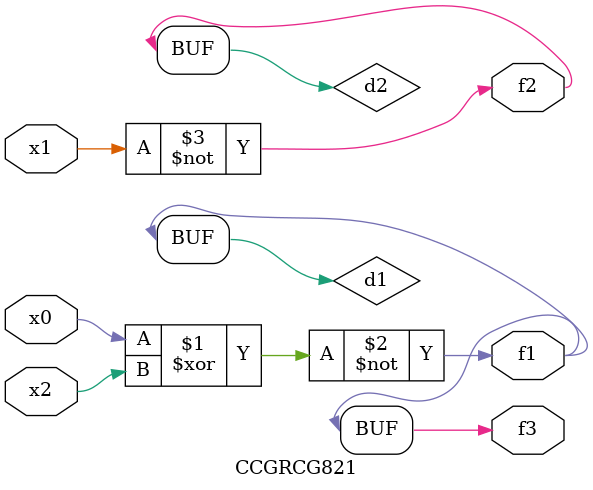
<source format=v>
module CCGRCG821(
	input x0, x1, x2,
	output f1, f2, f3
);

	wire d1, d2, d3;

	xnor (d1, x0, x2);
	nand (d2, x1);
	nor (d3, x1, x2);
	assign f1 = d1;
	assign f2 = d2;
	assign f3 = d1;
endmodule

</source>
